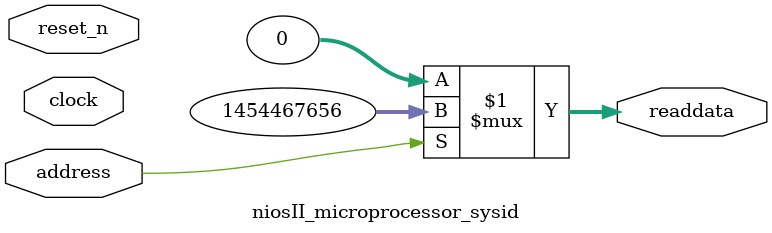
<source format=v>

`timescale 1ns / 1ps
// synthesis translate_on

// turn off superfluous verilog processor warnings 
// altera message_level Level1 
// altera message_off 10034 10035 10036 10037 10230 10240 10030 

module niosII_microprocessor_sysid (
               // inputs:
                address,
                clock,
                reset_n,

               // outputs:
                readdata
             )
;

  output  [ 31: 0] readdata;
  input            address;
  input            clock;
  input            reset_n;

  wire    [ 31: 0] readdata;
  //control_slave, which is an e_avalon_slave
  assign readdata = address ? 1454467656 : 0;

endmodule




</source>
